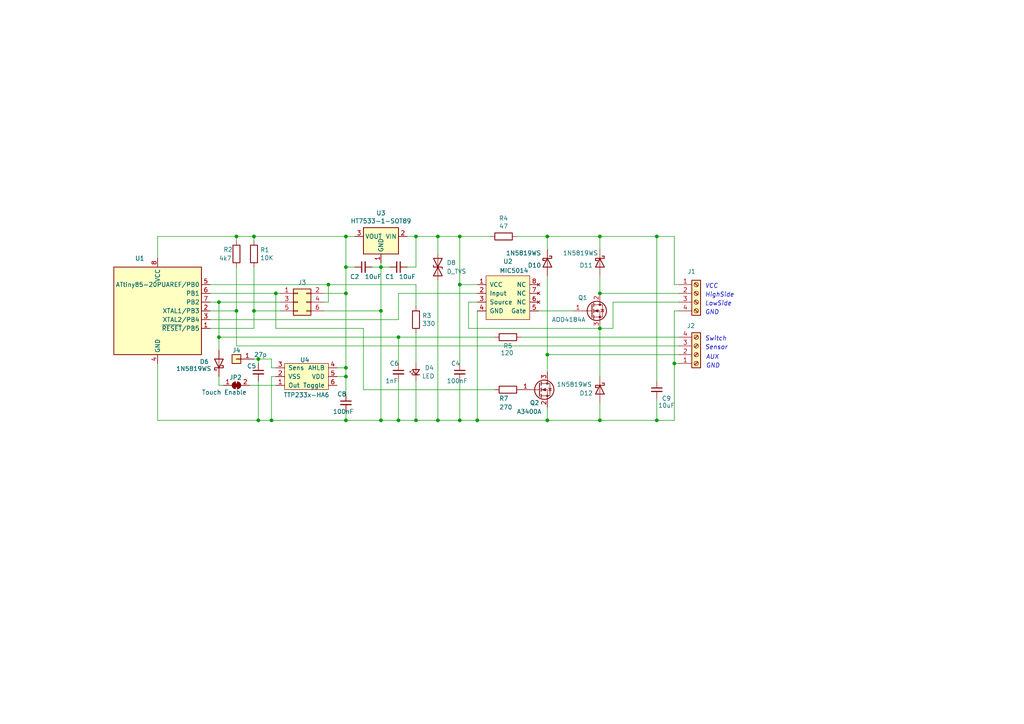
<source format=kicad_sch>
(kicad_sch (version 20231120) (generator "eeschema") (generator_version "8.0")
  (paper "A4")
  (lib_symbols
    (symbol "Connector:Screw_Terminal_01x04" (pin_names (offset 1.016) hide)
      (property "Reference" "J" (at 0 5.08 0))
      (property "Value" "Screw_Terminal_01x04" (at 0 -7.62 0))
      (symbol "Screw_Terminal_01x04_1_1"
        (rectangle (start -1.27 3.81) (end 1.27 -6.35) (stroke (width 0.254)) (fill (type background)))
        (circle (center 0 -5.08) (radius 0.635) (stroke (width 0.1524)))
        (circle (center 0 -2.54) (radius 0.635) (stroke (width 0.1524)))
        (polyline (pts (xy -0.5334 -4.7498) (xy 0.3302 -5.588)) (stroke (width 0.1524)))
        (polyline (pts (xy -0.5334 -2.2098) (xy 0.3302 -3.048)) (stroke (width 0.1524)))
        (polyline (pts (xy -0.5334 0.3302) (xy 0.3302 -0.508)) (stroke (width 0.1524)))
        (polyline (pts (xy -0.5334 2.8702) (xy 0.3302 2.032)) (stroke (width 0.1524)))
        (polyline (pts (xy -0.3556 -4.572) (xy 0.508 -5.4102)) (stroke (width 0.1524)))
        (polyline (pts (xy -0.3556 -2.032) (xy 0.508 -2.8702)) (stroke (width 0.1524)))
        (polyline (pts (xy -0.3556 0.508) (xy 0.508 -0.3302)) (stroke (width 0.1524)))
        (polyline (pts (xy -0.3556 3.048) (xy 0.508 2.2098)) (stroke (width 0.1524)))
        (circle (center 0 0) (radius 0.635) (stroke (width 0.1524)))
        (circle (center 0 2.54) (radius 0.635) (stroke (width 0.1524)))
        (pin passive line (at -5.08 2.54 0) (length 3.81) (name "Pin_1") (number "1"))
        (pin passive line (at -5.08 0 0) (length 3.81) (name "Pin_2") (number "2"))
        (pin passive line (at -5.08 -2.54 0) (length 3.81) (name "Pin_3") (number "3"))
        (pin passive line (at -5.08 -5.08 0) (length 3.81) (name "Pin_4") (number "4"))
      )
    )
    (symbol "Connector_Generic:Conn_01x01" (pin_names (offset 1.016) hide)
      (property "Reference" "J" (at 0 2.54 0))
      (property "Value" "Conn_01x01" (at 0 -2.54 0))
      (symbol "Conn_01x01_1_1"
        (rectangle (start -1.27 0.127) (end 0 -0.127) (stroke (width 0.1524)))
        (rectangle (start -1.27 1.27) (end 1.27 -1.27) (stroke (width 0.254)) (fill (type background)))
        (pin passive line (at -5.08 0 0) (length 3.81) (name "Pin_1") (number "1"))
      )
    )
    (symbol "Connector_Generic:Conn_02x03_Odd_Even" (pin_names (offset 1.016) hide)
      (property "Reference" "J" (at 1.27 5.08 0))
      (property "Value" "Conn_02x03_Odd_Even" (at 1.27 -5.08 0))
      (symbol "Conn_02x03_Odd_Even_1_1"
        (rectangle (start -1.27 -2.413) (end 0 -2.667) (stroke (width 0.1524)))
        (rectangle (start -1.27 0.127) (end 0 -0.127) (stroke (width 0.1524)))
        (rectangle (start -1.27 2.667) (end 0 2.413) (stroke (width 0.1524)))
        (rectangle (start -1.27 3.81) (end 3.81 -3.81) (stroke (width 0.254)) (fill (type background)))
        (rectangle (start 3.81 -2.413) (end 2.54 -2.667) (stroke (width 0.1524)))
        (rectangle (start 3.81 0.127) (end 2.54 -0.127) (stroke (width 0.1524)))
        (rectangle (start 3.81 2.667) (end 2.54 2.413) (stroke (width 0.1524)))
        (pin passive line (at -5.08 2.54 0) (length 3.81) (name "Pin_1") (number "1"))
        (pin passive line (at 7.62 2.54 180) (length 3.81) (name "Pin_2") (number "2"))
        (pin passive line (at -5.08 0 0) (length 3.81) (name "Pin_3") (number "3"))
        (pin passive line (at 7.62 0 180) (length 3.81) (name "Pin_4") (number "4"))
        (pin passive line (at -5.08 -2.54 0) (length 3.81) (name "Pin_5") (number "5"))
        (pin passive line (at 7.62 -2.54 180) (length 3.81) (name "Pin_6") (number "6"))
      )
    )
    (symbol "Device:C_Small" (pin_numbers hide) (pin_names (offset 0.254) hide)
      (property "Reference" "C" (at 0.254 1.778 0))
      (property "Value" "C_Small" (at 0.254 -2.032 0))
      (symbol "C_Small_0_1"
        (polyline (pts (xy -1.524 -0.508) (xy 1.524 -0.508)) (stroke (width 0.3302)))
        (polyline (pts (xy -1.524 0.508) (xy 1.524 0.508)) (stroke (width 0.3048)))
      )
      (symbol "C_Small_1_1"
        (pin passive line (at 0 2.54 270) (length 2.032) (name "~") (number "1"))
        (pin passive line (at 0 -2.54 90) (length 2.032) (name "~") (number "2"))
      )
    )
    (symbol "Device:D_TVS" (pin_numbers hide) (pin_names (offset 1.016) hide)
      (property "Reference" "D" (at 0 2.54 0))
      (property "Value" "D_TVS" (at 0 -2.54 0))
      (symbol "D_TVS_0_1"
        (polyline (pts (xy 1.27 0) (xy -1.27 0)))
        (polyline (pts (xy 0.508 1.27) (xy 0 1.27) (xy 0 -1.27) (xy -0.508 -1.27)) (stroke (width 0.254)))
        (polyline (pts (xy -2.54 1.27) (xy -2.54 -1.27) (xy 2.54 1.27) (xy 2.54 -1.27) (xy -2.54 1.27)) (stroke (width 0.254)))
      )
      (symbol "D_TVS_1_1"
        (pin passive line (at -3.81 0 0) (length 2.54) (name "A1") (number "1"))
        (pin passive line (at 3.81 0 180) (length 2.54) (name "A2") (number "2"))
      )
    )
    (symbol "Device:LED_Small" (pin_numbers hide) (pin_names (offset 0.254) hide)
      (property "Reference" "D" (at -1.27 3.175 0))
      (property "Value" "LED_Small" (at -4.445 -2.54 0))
      (symbol "LED_Small_0_1"
        (polyline (pts (xy -0.762 -1.016) (xy -0.762 1.016)) (stroke (width 0.254)))
        (polyline (pts (xy 1.016 0) (xy -0.762 0)))
        (polyline (pts (xy 0.762 -1.016) (xy -0.762 0) (xy 0.762 1.016) (xy 0.762 -1.016)) (stroke (width 0.254)))
        (polyline (pts (xy 0 0.762) (xy -0.508 1.27) (xy -0.254 1.27) (xy -0.508 1.27) (xy -0.508 1.016)))
        (polyline (pts (xy 0.508 1.27) (xy 0 1.778) (xy 0.254 1.778) (xy 0 1.778) (xy 0 1.524)))
      )
      (symbol "LED_Small_1_1"
        (pin passive line (at -2.54 0 0) (length 1.778) (name "K") (number "1"))
        (pin passive line (at 2.54 0 180) (length 1.778) (name "A") (number "2"))
      )
    )
    (symbol "Device:Q_NMOS_GDS" (pin_names (offset 0) hide)
      (property "Reference" "Q" (at 5.08 1.27 0))
      (property "Value" "Q_NMOS_GDS" (at 5.08 -1.27 0))
      (symbol "Q_NMOS_GDS_0_1"
        (polyline (pts (xy 0.254 0) (xy -2.54 0)))
        (polyline (pts (xy 0.254 1.905) (xy 0.254 -1.905)) (stroke (width 0.254)))
        (polyline (pts (xy 0.762 -1.27) (xy 0.762 -2.286)) (stroke (width 0.254)))
        (polyline (pts (xy 0.762 0.508) (xy 0.762 -0.508)) (stroke (width 0.254)))
        (polyline (pts (xy 0.762 2.286) (xy 0.762 1.27)) (stroke (width 0.254)))
        (polyline (pts (xy 2.54 2.54) (xy 2.54 1.778)))
        (polyline (pts (xy 2.54 -2.54) (xy 2.54 0) (xy 0.762 0)))
        (polyline (pts (xy 0.762 -1.778) (xy 3.302 -1.778) (xy 3.302 1.778) (xy 0.762 1.778)))
        (polyline (pts (xy 1.016 0) (xy 2.032 0.381) (xy 2.032 -0.381) (xy 1.016 0)) (fill (type outline)))
        (polyline (pts (xy 2.794 0.508) (xy 2.921 0.381) (xy 3.683 0.381) (xy 3.81 0.254)))
        (polyline (pts (xy 3.302 0.381) (xy 2.921 -0.254) (xy 3.683 -0.254) (xy 3.302 0.381)))
        (circle (center 1.651 0) (radius 2.794) (stroke (width 0.254)))
        (circle (center 2.54 -1.778) (radius 0.254) (fill (type outline)))
        (circle (center 2.54 1.778) (radius 0.254) (fill (type outline)))
      )
      (symbol "Q_NMOS_GDS_1_1"
        (pin input line (at -5.08 0 0) (length 2.54) (name "G") (number "1"))
        (pin passive line (at 2.54 5.08 270) (length 2.54) (name "D") (number "2"))
        (pin passive line (at 2.54 -5.08 90) (length 2.54) (name "S") (number "3"))
      )
    )
    (symbol "Device:Q_NMOS_GSD" (pin_names (offset 0) hide)
      (property "Reference" "Q" (at 5.08 1.27 0))
      (property "Value" "Q_NMOS_GSD" (at 5.08 -1.27 0))
      (symbol "Q_NMOS_GSD_0_1"
        (polyline (pts (xy 0.254 0) (xy -2.54 0)))
        (polyline (pts (xy 0.254 1.905) (xy 0.254 -1.905)) (stroke (width 0.254)))
        (polyline (pts (xy 0.762 -1.27) (xy 0.762 -2.286)) (stroke (width 0.254)))
        (polyline (pts (xy 0.762 0.508) (xy 0.762 -0.508)) (stroke (width 0.254)))
        (polyline (pts (xy 0.762 2.286) (xy 0.762 1.27)) (stroke (width 0.254)))
        (polyline (pts (xy 2.54 2.54) (xy 2.54 1.778)))
        (polyline (pts (xy 2.54 -2.54) (xy 2.54 0) (xy 0.762 0)))
        (polyline (pts (xy 0.762 -1.778) (xy 3.302 -1.778) (xy 3.302 1.778) (xy 0.762 1.778)))
        (polyline (pts (xy 1.016 0) (xy 2.032 0.381) (xy 2.032 -0.381) (xy 1.016 0)) (fill (type outline)))
        (polyline (pts (xy 2.794 0.508) (xy 2.921 0.381) (xy 3.683 0.381) (xy 3.81 0.254)))
        (polyline (pts (xy 3.302 0.381) (xy 2.921 -0.254) (xy 3.683 -0.254) (xy 3.302 0.381)))
        (circle (center 1.651 0) (radius 2.794) (stroke (width 0.254)))
        (circle (center 2.54 -1.778) (radius 0.254) (fill (type outline)))
        (circle (center 2.54 1.778) (radius 0.254) (fill (type outline)))
      )
      (symbol "Q_NMOS_GSD_1_1"
        (pin input line (at -5.08 0 0) (length 2.54) (name "G") (number "1"))
        (pin passive line (at 2.54 -5.08 90) (length 2.54) (name "S") (number "2"))
        (pin passive line (at 2.54 5.08 270) (length 2.54) (name "D") (number "3"))
      )
    )
    (symbol "Device:R" (pin_numbers hide) (pin_names (offset 0))
      (property "Reference" "R" (at 2.032 0 90))
      (property "Value" "R" (at 0 0 90))
      (symbol "R_0_1"
        (rectangle (start -1.016 -2.54) (end 1.016 2.54) (stroke (width 0.254)))
      )
      (symbol "R_1_1"
        (pin passive line (at 0 3.81 270) (length 1.27) (name "~") (number "1"))
        (pin passive line (at 0 -3.81 90) (length 1.27) (name "~") (number "2"))
      )
    )
    (symbol "Diode:1N5819WS" (pin_numbers hide) (pin_names (offset 1.016) hide)
      (property "Reference" "D" (at 0 2.54 0))
      (property "Value" "1N5819WS" (at 0 -2.54 0))
      (symbol "1N5819WS_0_1"
        (polyline (pts (xy 1.27 0) (xy -1.27 0)))
        (polyline (pts (xy 1.27 1.27) (xy 1.27 -1.27) (xy -1.27 0) (xy 1.27 1.27)) (stroke (width 0.254)))
        (polyline (pts (xy -1.905 0.635) (xy -1.905 1.27) (xy -1.27 1.27) (xy -1.27 -1.27) (xy -0.635 -1.27) (xy -0.635 -0.635)) (stroke (width 0.254)))
      )
      (symbol "1N5819WS_1_1"
        (pin passive line (at -3.81 0 0) (length 2.54) (name "K") (number "1"))
        (pin passive line (at 3.81 0 180) (length 2.54) (name "A") (number "2"))
      )
    )
    (symbol "GenControl2-rescue:ATtiny85-20PU-MCU_Microchip_ATtiny"
      (property "Reference" "U" (at -12.7 13.97 0))
      (property "Value" "MCU_Microchip_ATtiny_ATtiny85-20PU" (at 2.54 -13.97 0))
      (symbol "ATtiny85-20PU-MCU_Microchip_ATtiny_0_1"
        (rectangle (start -12.7 -12.7) (end 12.7 12.7) (stroke (width 0.254)) (fill (type background)))
      )
      (symbol "ATtiny85-20PU-MCU_Microchip_ATtiny_1_1"
        (pin bidirectional line (at 15.24 -5.08 180) (length 2.54) (name "~{RESET}/PB5") (number "1"))
        (pin bidirectional line (at 15.24 0 180) (length 2.54) (name "XTAL1/PB3") (number "2"))
        (pin bidirectional line (at 15.24 -2.54 180) (length 2.54) (name "XTAL2/PB4") (number "3"))
        (pin power_in line (at 0 -15.24 90) (length 2.54) (name "GND") (number "4"))
        (pin bidirectional line (at 15.24 7.62 180) (length 2.54) (name "AREF/PB0") (number "5"))
        (pin bidirectional line (at 15.24 5.08 180) (length 2.54) (name "PB1") (number "6"))
        (pin bidirectional line (at 15.24 2.54 180) (length 2.54) (name "PB2") (number "7"))
        (pin power_in line (at 0 15.24 270) (length 2.54) (name "VCC") (number "8"))
      )
    )
    (symbol "GenControl:MIC5014" (pin_names (offset 1.016))
      (property "Reference" "U" (at 0 -1.27 0))
      (property "Value" "MIC5014" (at 0 1.27 0))
      (symbol "MIC5014_0_1"
        (rectangle (start -6.35 -2.54) (end 6.35 -15.24) (fill (type background)))
      )
      (symbol "MIC5014_1_1"
        (pin power_in line (at -8.89 -5.08 0) (length 2.54) (name "VCC") (number "1"))
        (pin input line (at -8.89 -7.62 0) (length 2.54) (name "Input") (number "2"))
        (pin input line (at -8.89 -10.16 0) (length 2.54) (name "Source") (number "3"))
        (pin power_in line (at -8.89 -12.7 0) (length 2.54) (name "GND") (number "4"))
        (pin output line (at 8.89 -12.7 180) (length 2.54) (name "Gate") (number "5"))
        (pin no_connect line (at 8.89 -10.16 180) (length 2.54) (name "NC") (number "6"))
        (pin no_connect line (at 8.89 -7.62 180) (length 2.54) (name "NC") (number "7"))
        (pin no_connect line (at 8.89 -5.08 180) (length 2.54) (name "NC") (number "8"))
      )
    )
    (symbol "Jumper:SolderJumper_2_Bridged" (pin_names (offset 0) hide)
      (property "Reference" "JP" (at 0 2.032 0))
      (property "Value" "SolderJumper_2_Bridged" (at 0 -2.54 0))
      (symbol "SolderJumper_2_Bridged_0_1"
        (rectangle (start -0.508 0.508) (end 0.508 -0.508) (fill (type outline)))
        (arc (start -0.254 1.016) (mid -1.2656 0) (end -0.254 -1.016))
        (arc (start -0.254 1.016) (mid -1.2656 0) (end -0.254 -1.016) (fill (type outline)))
        (polyline (pts (xy -0.254 1.016) (xy -0.254 -1.016)))
        (polyline (pts (xy 0.254 1.016) (xy 0.254 -1.016)))
        (arc (start 0.254 -1.016) (mid 1.2656 0) (end 0.254 1.016))
        (arc (start 0.254 -1.016) (mid 1.2656 0) (end 0.254 1.016) (fill (type outline)))
      )
      (symbol "SolderJumper_2_Bridged_1_1"
        (pin passive line (at -3.81 0 0) (length 2.54) (name "A") (number "1"))
        (pin passive line (at 3.81 0 180) (length 2.54) (name "B") (number "2"))
      )
    )
    (symbol "Regulator_Linear:HT75xx-1-SOT89"
      (property "Reference" "U" (at -5.08 -3.81 0))
      (property "Value" "HT75xx-1-SOT89" (at 0 6.35 0))
      (symbol "HT75xx-1-SOT89_0_1"
        (rectangle (start -5.08 5.08) (end 5.08 -2.54) (stroke (width 0.254)) (fill (type background)))
      )
      (symbol "HT75xx-1-SOT89_1_1"
        (pin power_in line (at 0 -5.08 90) (length 2.54) (name "GND") (number "1"))
        (pin power_in line (at -7.62 2.54 0) (length 2.54) (name "VIN") (number "2"))
        (pin power_out line (at 7.62 2.54 180) (length 2.54) (name "VOUT") (number "3"))
      )
    )
    (symbol "tfl_ttp233x-HA6:TTP233x-HA6-New_Library" (pin_names (offset 1.016))
      (property "Reference" "U" (at 0 7.62 0))
      (property "Value" "New_Library_TTP233x-HA6" (at 0 5.08 0))
      (symbol "TTP233x-HA6-New_Library_0_1"
        (polyline (pts (xy -6.35 3.81) (xy -6.35 -3.81) (xy 6.35 -3.81) (xy 6.35 3.81) (xy -6.35 3.81)) (fill (type background)))
      )
      (symbol "TTP233x-HA6-New_Library_1_1"
        (pin output line (at -8.89 2.54 0) (length 2.54) (name "Out") (number "1"))
        (pin power_in line (at -8.89 0 0) (length 2.54) (name "VSS") (number "2"))
        (pin input line (at -8.89 -2.54 0) (length 2.54) (name "Sens") (number "3"))
        (pin input line (at 8.89 -2.54 180) (length 2.54) (name "AHLB") (number "4"))
        (pin power_in line (at 8.89 0 180) (length 2.54) (name "VDD") (number "5"))
        (pin input line (at 8.89 2.54 180) (length 2.54) (name "Toggle") (number "6"))
      )
    )
  )
  (junction (at 100.33 121.92))
  (junction (at 63.5 87.63))
  (junction (at 173.99 68.58))
  (junction (at 127 121.92))
  (junction (at 138.43 121.92))
  (junction (at 115.57 97.79))
  (junction (at 133.35 68.58))
  (junction (at 173.99 95.25))
  (junction (at 133.35 121.92))
  (junction (at 158.75 121.92))
  (junction (at 133.35 82.55))
  (junction (at 173.99 121.92))
  (junction (at 100.33 68.58))
  (junction (at 173.99 85.09))
  (junction (at 74.93 121.92))
  (junction (at 68.58 68.58))
  (junction (at 127 68.58))
  (junction (at 80.01 85.09))
  (junction (at 74.93 104.14))
  (junction (at 110.49 121.92))
  (junction (at 100.33 109.22))
  (junction (at 73.66 90.17))
  (junction (at 68.58 90.17))
  (junction (at 158.75 102.87))
  (junction (at 195.58 105.41))
  (junction (at 158.75 68.58))
  (junction (at 100.33 85.09))
  (junction (at 120.65 68.58))
  (junction (at 63.5 97.79))
  (junction (at 100.33 106.68))
  (junction (at 190.5 121.92))
  (junction (at 78.74 121.92))
  (junction (at 95.25 82.55))
  (junction (at 110.49 90.17))
  (junction (at 120.65 121.92))
  (junction (at 190.5 68.58))
  (junction (at 73.66 68.58))
  (junction (at 100.33 77.47))
  (junction (at 115.57 121.92))
  (junction (at 110.49 77.47))
  (wire (pts (xy 80.01 109.22) (xy 78.74 109.22)))
  (wire (pts (xy 78.74 121.92) (xy 100.33 121.92)))
  (wire (pts (xy 127 121.92) (xy 133.35 121.92)))
  (wire (pts (xy 156.21 90.17) (xy 166.37 90.17)))
  (wire (pts (xy 100.33 106.68) (xy 100.33 109.22)))
  (wire (pts (xy 110.49 77.47) (xy 110.49 90.17)))
  (wire (pts (xy 73.66 68.58) (xy 100.33 68.58)))
  (wire (pts (xy 149.86 68.58) (xy 158.75 68.58)))
  (wire (pts (xy 80.01 95.25) (xy 105.41 95.25)))
  (wire (pts (xy 190.5 68.58) (xy 195.58 68.58)))
  (wire (pts (xy 133.35 82.55) (xy 133.35 105.41)))
  (wire (pts (xy 63.5 111.76) (xy 64.77 111.76)))
  (wire (pts (xy 158.75 102.87) (xy 196.85 102.87)))
  (wire (pts (xy 45.72 74.93) (xy 45.72 68.58)))
  (wire (pts (xy 173.99 68.58) (xy 190.5 68.58)))
  (wire (pts (xy 173.99 68.58) (xy 173.99 72.39)))
  (wire (pts (xy 72.39 111.76) (xy 80.01 111.76)))
  (wire (pts (xy 93.98 85.09) (xy 100.33 85.09)))
  (wire (pts (xy 45.72 105.41) (xy 45.72 121.92)))
  (wire (pts (xy 95.25 82.55) (xy 120.65 82.55)))
  (wire (pts (xy 63.5 87.63) (xy 63.5 97.79)))
  (wire (pts (xy 190.5 115.57) (xy 190.5 121.92)))
  (wire (pts (xy 110.49 121.92) (xy 115.57 121.92)))
  (wire (pts (xy 74.93 110.49) (xy 74.93 121.92)))
  (wire (pts (xy 110.49 90.17) (xy 110.49 121.92)))
  (wire (pts (xy 73.66 69.85) (xy 73.66 68.58)))
  (wire (pts (xy 63.5 97.79) (xy 63.5 101.6)))
  (wire (pts (xy 173.99 80.01) (xy 173.99 85.09)))
  (wire (pts (xy 100.33 68.58) (xy 102.87 68.58)))
  (wire (pts (xy 115.57 105.41) (xy 115.57 97.79)))
  (wire (pts (xy 195.58 82.55) (xy 196.85 82.55)))
  (wire (pts (xy 158.75 121.92) (xy 173.99 121.92)))
  (wire (pts (xy 100.33 77.47) (xy 102.87 77.47)))
  (wire (pts (xy 135.89 87.63) (xy 135.89 95.25)))
  (wire (pts (xy 173.99 95.25) (xy 177.8 95.25)))
  (wire (pts (xy 73.66 104.14) (xy 74.93 104.14)))
  (wire (pts (xy 158.75 68.58) (xy 158.75 72.39)))
  (wire (pts (xy 100.33 77.47) (xy 100.33 68.58)))
  (wire (pts (xy 93.98 87.63) (xy 95.25 87.63)))
  (wire (pts (xy 73.66 90.17) (xy 81.28 90.17)))
  (wire (pts (xy 73.66 77.47) (xy 73.66 90.17)))
  (wire (pts (xy 195.58 90.17) (xy 196.85 90.17)))
  (wire (pts (xy 118.11 68.58) (xy 120.65 68.58)))
  (wire (pts (xy 115.57 110.49) (xy 115.57 121.92)))
  (wire (pts (xy 120.65 68.58) (xy 127 68.58)))
  (wire (pts (xy 63.5 109.22) (xy 63.5 111.76)))
  (wire (pts (xy 127 68.58) (xy 127 73.66)))
  (wire (pts (xy 133.35 68.58) (xy 133.35 82.55)))
  (wire (pts (xy 60.96 92.71) (xy 115.57 92.71)))
  (wire (pts (xy 74.93 104.14) (xy 74.93 105.41)))
  (wire (pts (xy 63.5 97.79) (xy 115.57 97.79)))
  (wire (pts (xy 173.99 116.84) (xy 173.99 121.92)))
  (wire (pts (xy 80.01 85.09) (xy 81.28 85.09)))
  (wire (pts (xy 127 81.28) (xy 127 121.92)))
  (wire (pts (xy 100.33 106.68) (xy 97.79 106.68)))
  (wire (pts (xy 120.65 121.92) (xy 127 121.92)))
  (wire (pts (xy 78.74 109.22) (xy 78.74 121.92)))
  (wire (pts (xy 173.99 85.09) (xy 196.85 85.09)))
  (wire (pts (xy 45.72 68.58) (xy 68.58 68.58)))
  (wire (pts (xy 173.99 121.92) (xy 190.5 121.92)))
  (wire (pts (xy 133.35 110.49) (xy 133.35 121.92)))
  (wire (pts (xy 68.58 100.33) (xy 196.85 100.33)))
  (wire (pts (xy 68.58 77.47) (xy 68.58 90.17)))
  (wire (pts (xy 135.89 95.25) (xy 173.99 95.25)))
  (wire (pts (xy 78.74 106.68) (xy 80.01 106.68)))
  (wire (pts (xy 133.35 82.55) (xy 138.43 82.55)))
  (wire (pts (xy 78.74 104.14) (xy 74.93 104.14)))
  (wire (pts (xy 195.58 105.41) (xy 195.58 121.92)))
  (wire (pts (xy 133.35 68.58) (xy 142.24 68.58)))
  (wire (pts (xy 105.41 113.03) (xy 143.51 113.03)))
  (wire (pts (xy 60.96 87.63) (xy 63.5 87.63)))
  (wire (pts (xy 151.13 97.79) (xy 196.85 97.79)))
  (wire (pts (xy 138.43 121.92) (xy 158.75 121.92)))
  (wire (pts (xy 115.57 121.92) (xy 120.65 121.92)))
  (wire (pts (xy 107.95 77.47) (xy 110.49 77.47)))
  (wire (pts (xy 195.58 90.17) (xy 195.58 105.41)))
  (wire (pts (xy 80.01 85.09) (xy 80.01 95.25)))
  (wire (pts (xy 68.58 68.58) (xy 68.58 69.85)))
  (wire (pts (xy 100.33 77.47) (xy 100.33 85.09)))
  (wire (pts (xy 177.8 87.63) (xy 196.85 87.63)))
  (wire (pts (xy 173.99 95.25) (xy 173.99 109.22)))
  (wire (pts (xy 68.58 68.58) (xy 73.66 68.58)))
  (wire (pts (xy 115.57 85.09) (xy 138.43 85.09)))
  (wire (pts (xy 158.75 118.11) (xy 158.75 121.92)))
  (wire (pts (xy 60.96 95.25) (xy 73.66 95.25)))
  (wire (pts (xy 158.75 80.01) (xy 158.75 102.87)))
  (wire (pts (xy 120.65 110.49) (xy 120.65 121.92)))
  (wire (pts (xy 120.65 96.52) (xy 120.65 105.41)))
  (wire (pts (xy 133.35 121.92) (xy 138.43 121.92)))
  (wire (pts (xy 110.49 76.2) (xy 110.49 77.47)))
  (wire (pts (xy 74.93 121.92) (xy 78.74 121.92)))
  (wire (pts (xy 110.49 77.47) (xy 113.03 77.47)))
  (wire (pts (xy 78.74 104.14) (xy 78.74 106.68)))
  (wire (pts (xy 93.98 90.17) (xy 110.49 90.17)))
  (wire (pts (xy 127 68.58) (xy 133.35 68.58)))
  (wire (pts (xy 63.5 87.63) (xy 81.28 87.63)))
  (wire (pts (xy 195.58 68.58) (xy 195.58 82.55)))
  (wire (pts (xy 100.33 85.09) (xy 100.33 106.68)))
  (wire (pts (xy 118.11 77.47) (xy 120.65 77.47)))
  (wire (pts (xy 120.65 82.55) (xy 120.65 88.9)))
  (wire (pts (xy 100.33 121.92) (xy 110.49 121.92)))
  (wire (pts (xy 105.41 95.25) (xy 105.41 113.03)))
  (wire (pts (xy 95.25 87.63) (xy 95.25 82.55)))
  (wire (pts (xy 190.5 121.92) (xy 195.58 121.92)))
  (wire (pts (xy 158.75 68.58) (xy 173.99 68.58)))
  (wire (pts (xy 60.96 85.09) (xy 80.01 85.09)))
  (wire (pts (xy 158.75 102.87) (xy 158.75 107.95)))
  (wire (pts (xy 115.57 85.09) (xy 115.57 92.71)))
  (wire (pts (xy 138.43 87.63) (xy 135.89 87.63)))
  (wire (pts (xy 60.96 82.55) (xy 95.25 82.55)))
  (wire (pts (xy 100.33 109.22) (xy 100.33 114.3)))
  (wire (pts (xy 45.72 121.92) (xy 74.93 121.92)))
  (wire (pts (xy 115.57 97.79) (xy 143.51 97.79)))
  (wire (pts (xy 68.58 90.17) (xy 68.58 100.33)))
  (wire (pts (xy 100.33 109.22) (xy 97.79 109.22)))
  (wire (pts (xy 196.85 105.41) (xy 195.58 105.41)))
  (wire (pts (xy 177.8 95.25) (xy 177.8 87.63)))
  (wire (pts (xy 68.58 90.17) (xy 60.96 90.17)))
  (wire (pts (xy 100.33 119.38) (xy 100.33 121.92)))
  (wire (pts (xy 138.43 90.17) (xy 138.43 121.92)))
  (wire (pts (xy 73.66 90.17) (xy 73.66 95.25)))
  (wire (pts (xy 120.65 77.47) (xy 120.65 68.58)))
  (wire (pts (xy 190.5 68.58) (xy 190.5 110.49)))
  (text "AUX" (at 204.724 104.394 0) (effects (font (size 1.27 1.27) (italic yes)) (justify left bottom)))
  (text "GND" (at 204.47 91.44 0) (effects (font (size 1.27 1.27) (italic yes)) (justify left bottom)))
  (text "VCC" (at 204.47 83.82 0) (effects (font (size 1.27 1.27) (italic yes)) (justify left bottom)))
  (text "LowSide" (at 204.47 88.9 0) (effects (font (size 1.27 1.27) (italic yes)) (justify left bottom)))
  (text "Switch" (at 204.47 99.06 0) (effects (font (size 1.27 1.27) (italic yes)) (justify left bottom)))
  (text "GND" (at 204.724 106.934 0) (effects (font (size 1.27 1.27) (italic yes)) (justify left bottom)))
  (text "Sensor" (at 204.47 101.6 0) (effects (font (size 1.27 1.27) (italic yes)) (justify left bottom)))
  (text "HighSide" (at 204.47 86.36 0) (effects (font (size 1.27 1.27) (italic yes)) (justify left bottom)))
  (symbol (lib_id "GenControl2-rescue:ATtiny85-20PU-MCU_Microchip_ATtiny") (at 45.72 90.17 0) (unit 1)
    (property "Reference" "U1" (at 41.91 74.93 0) (effects (justify right)))
    (property "Value" "ATtiny85-20PU" (at 48.26 82.55 0) (effects (justify right)))
    (property "Footprint" "Package_SO:SOIJ-8_5.3x5.3mm_P1.27mm" (effects (hide yes)))
    (property "Datasheet" "http://ww1.microchip.com/downloads/en/DeviceDoc/atmel-2586-avr-8-bit-microcontroller-attiny25-attiny45-attiny85_datasheet.pdf" (effects (hide yes)))
  )
  (symbol (lib_id "GenControl:MIC5014") (at 147.32 77.47 0) (unit 1) (in_bom no)
    (property "Reference" "U2" (at 147.32 75.819 0))
    (property "Value" "MIC5014" (at 149.098 78.486 0))
    (property "Footprint" "Package_SO:SOIC-8_3.9x4.9mm_P1.27mm" (effects (hide yes)))
  )
  (symbol (lib_id "Device:Q_NMOS_GDS") (at 171.45 90.17 0) (unit 1)
    (property "Reference" "Q1" (at 167.64 86.36 0) (effects (justify left)))
    (property "Value" "AOD4184A" (at 160.02 92.71 0) (effects (justify left)))
    (property "Footprint" "Package_TO_SOT_SMD:TO-252-2" (effects (hide yes)))
    (property "Description" "C99124" (effects (hide yes)))
    (property "LCSC" "C99124" (effects (hide yes)))
  )
  (symbol (lib_id "Regulator_Linear:HT75xx-1-SOT89") (at 110.49 71.12 0) (mirror y) (unit 1)
    (property "Reference" "U3" (at 110.49 61.7982 0))
    (property "Value" "HT7533-1-SOT89" (at 110.49 64.1096 0))
    (property "Footprint" "Package_TO_SOT_SMD:SOT-89-3" (effects (hide yes)))
    (property "Datasheet" "https://www.holtek.com/documents/10179/116711/HT75xx-1v250.pdf" (effects (hide yes)))
    (property "Description" "C14289" (effects (hide yes)))
    (property "LCSC" "C14289" (effects (hide yes)))
  )
  (symbol (lib_id "Device:C_Small") (at 133.35 107.95 0) (unit 1)
    (property "Reference" "C4" (at 130.81 105.41 0) (effects (justify left)))
    (property "Value" "100nF" (at 129.54 110.49 0) (effects (justify left)))
    (property "Footprint" "Capacitor_SMD:C_0603_1608Metric" (effects (hide yes)))
    (property "Description" "C14663" (effects (hide yes)))
    (property "LCSC" "C14663" (effects (hide yes)))
  )
  (symbol (lib_id "Device:R") (at 73.66 73.66 0) (unit 1)
    (property "Reference" "R1" (at 75.438 72.4916 0) (effects (justify left)))
    (property "Value" "10K" (at 75.438 74.803 0) (effects (justify left)))
    (property "Footprint" "Resistor_SMD:R_0603_1608Metric" (effects (hide yes)))
    (property "Description" "C25804" (effects (hide yes)))
    (property "LCSC" "C25804" (effects (hide yes)))
  )
  (symbol (lib_id "Device:C_Small") (at 105.41 77.47 90) (unit 1)
    (property "Reference" "C2" (at 102.87 80.264 90))
    (property "Value" "10uF" (at 108.204 80.264 90))
    (property "Footprint" "Capacitor_SMD:C_0603_1608Metric" (effects (hide yes)))
    (property "Description" "C19702" (effects (hide yes)))
    (property "LCSC" "C19702" (effects (hide yes)))
  )
  (symbol (lib_id "Device:C_Small") (at 115.57 77.47 270) (unit 1)
    (property "Reference" "C1" (at 113.03 80.264 90))
    (property "Value" "10uF" (at 118.11 80.264 90))
    (property "Footprint" "Capacitor_SMD:C_0805_2012Metric" (effects (hide yes)))
    (property "Description" "C440198" (effects (hide yes)))
    (property "LCSC" "C440198" (effects (hide yes)))
  )
  (symbol (lib_id "Device:R") (at 120.65 92.71 0) (unit 1)
    (property "Reference" "R3" (at 122.428 91.5416 0) (effects (justify left)))
    (property "Value" "330" (at 122.428 93.853 0) (effects (justify left)))
    (property "Footprint" "Resistor_SMD:R_0603_1608Metric" (effects (hide yes)))
    (property "Description" "C881395" (effects (hide yes)))
    (property "LCSC" "C881395" (effects (hide yes)))
  )
  (symbol (lib_id "Device:LED_Small") (at 120.65 107.95 90) (unit 1)
    (property "Reference" "D4" (at 123.19 106.68 90) (effects (justify right)))
    (property "Value" "LED" (at 122.3772 109.093 90) (effects (justify right)))
    (property "Footprint" "LED_THT:LED_D3.0mm" (effects (hide yes)))
    (property "Description" "C72043" (effects (hide yes)))
  )
  (symbol (lib_id "Device:R") (at 68.58 73.66 0) (unit 1)
    (property "Reference" "R2" (at 64.77 72.39 0) (effects (justify left)))
    (property "Value" "4k7" (at 63.5 74.93 0) (effects (justify left)))
    (property "Footprint" "Resistor_SMD:R_0603_1608Metric" (effects (hide yes)))
    (property "Description" "C23162" (effects (hide yes)))
    (property "LCSC" "C23162" (effects (hide yes)))
  )
  (symbol (lib_id "Connector:Screw_Terminal_01x04") (at 201.93 85.09 0) (unit 1)
    (property "Reference" "J1" (at 199.39 78.74 0) (effects (justify left)))
    (property "Value" "Screw_Terminal_01x04" (effects (hide yes)))
    (property "Footprint" "TerminalBlock_Phoenix:TerminalBlock_Phoenix_MKDS-1,5-4_1x04_P5.00mm_Horizontal" (effects (hide yes)))
  )
  (symbol (lib_id "Connector:Screw_Terminal_01x04") (at 201.93 102.87 0) (mirror x) (unit 1)
    (property "Reference" "J2" (at 200.406 94.488 0))
    (property "Value" "Screw_Terminal_01x04" (effects (hide yes)))
    (property "Footprint" "TerminalBlock_Phoenix:TerminalBlock_Phoenix_MKDS-1,5-4_1x04_P5.00mm_Horizontal" (effects (hide yes)))
  )
  (symbol (lib_id "Device:R") (at 146.05 68.58 270) (unit 1)
    (property "Reference" "R4" (at 146.05 63.3222 90))
    (property "Value" "47" (at 146.05 65.6336 90))
    (property "Footprint" "Resistor_SMD:R_0603_1608Metric" (effects (hide yes)))
    (property "Description" "C881191" (effects (hide yes)))
    (property "LCSC" "C881191" (effects (hide yes)))
  )
  (symbol (lib_id "Device:R") (at 147.32 97.79 270) (unit 1)
    (property "Reference" "R5" (at 147.32 100.33 90))
    (property "Value" "120" (at 147.066 102.362 90))
    (property "Footprint" "Resistor_SMD:R_0603_1608Metric" (effects (hide yes)))
    (property "Description" "C22787" (effects (hide yes)))
    (property "LCSC" "C22787" (effects (hide yes)))
  )
  (symbol (lib_id "Device:C_Small") (at 115.57 107.95 0) (unit 1)
    (property "Reference" "C6" (at 113.03 105.41 0) (effects (justify left)))
    (property "Value" "1nF" (at 111.76 110.49 0) (effects (justify left)))
    (property "Footprint" "Capacitor_SMD:C_0603_1608Metric" (effects (hide yes)))
    (property "LCSC" "C1588" (effects (hide yes)))
  )
  (symbol (lib_id "Connector_Generic:Conn_02x03_Odd_Even") (at 86.36 87.63 0) (unit 1)
    (property "Reference" "J3" (at 87.63 81.915 0))
    (property "Value" "Conn_02x03_Odd_Even" (effects (hide yes)))
    (property "Footprint" "projects:SPI_programmer" (effects (hide yes)))
  )
  (symbol (lib_id "Device:Q_NMOS_GSD") (at 156.21 113.03 0) (unit 1)
    (property "Reference" "Q2" (at 153.67 116.84 0) (effects (justify left)))
    (property "Value" "A3400A" (at 149.86 119.38 0) (effects (justify left)))
    (property "Footprint" "Package_TO_SOT_SMD:SOT-23" (effects (hide yes)))
    (property "Description" "C20917" (effects (hide yes)))
    (property "LCSC" "C20917" (effects (hide yes)))
  )
  (symbol (lib_id "Device:R") (at 147.32 113.03 270) (unit 1)
    (property "Reference" "R7" (at 144.78 115.57 90) (effects (justify left)))
    (property "Value" "270" (at 144.78 118.11 90) (effects (justify left)))
    (property "Footprint" "Resistor_SMD:R_0603_1608Metric" (effects (hide yes)))
    (property "Description" "C22966" (effects (hide yes)))
    (property "LCSC" "C22966" (effects (hide yes)))
  )
  (symbol (lib_id "Jumper:SolderJumper_2_Bridged") (at 68.58 111.76 0) (unit 1)
    (property "Reference" "JP2" (at 68.326 109.474 0))
    (property "Value" "Touch Enable" (at 65.024 113.792 0))
    (property "Footprint" "Jumper:SolderJumper-2_P1.3mm_Bridged_RoundedPad1.0x1.5mm" (effects (hide yes)))
    (property "Description" "Solder Jumper, 2-pole, closed/bridged" (effects (hide yes)))
  )
  (symbol (lib_id "tfl_ttp233x-HA6:TTP233x-HA6-New_Library") (at 88.9 109.22 0) (mirror x) (unit 1)
    (property "Reference" "U4" (at 88.392 104.394 0))
    (property "Value" "TTP233x-HA6" (at 88.9 114.554 0))
    (property "Footprint" "Package_TO_SOT_SMD:SOT-23-6" (effects (hide yes)))
    (property "LCSC" "C2835626" (effects (hide yes)))
  )
  (symbol (lib_id "Diode:1N5819WS") (at 173.99 113.03 270) (unit 1)
    (property "Reference" "D12" (at 171.958 114.046 90) (effects (justify right)))
    (property "Value" "1N5819WS" (at 171.704 111.506 90) (effects (justify right)))
    (property "Footprint" "Diode_SMD:D_SOD-323" (effects (hide yes)))
    (property "Datasheet" "https://datasheet.lcsc.com/lcsc/2204281430_Guangdong-Hottech-1N5819WS_C191023.pdf" (effects (hide yes)))
    (property "Description" "40V 600mV@1A 1A SOD-323 Schottky Barrier Diodes, SOD-323" (effects (hide yes)))
    (property "LCSC" "C191023" (effects (hide yes)))
  )
  (symbol (lib_id "Device:C_Small") (at 74.93 107.95 0) (unit 1)
    (property "Reference" "C5" (at 71.628 106.172 0) (effects (justify left)))
    (property "Value" "27p" (at 73.66 102.87 0) (effects (justify left)))
    (property "Footprint" "Capacitor_SMD:C_0603_1608Metric" (effects (hide yes)))
    (property "Description" "Unpolarized capacitor, small symbol" (effects (hide yes)))
    (property "LCSC" "C92670" (effects (hide yes)))
  )
  (symbol (lib_id "Diode:1N5819WS") (at 173.99 76.2 270) (unit 1)
    (property "Reference" "D11" (at 171.958 76.962 90) (effects (justify right)))
    (property "Value" "1N5819WS" (at 173.482 73.406 90) (effects (justify right)))
    (property "Footprint" "Diode_SMD:D_SOD-323" (effects (hide yes)))
    (property "Datasheet" "https://datasheet.lcsc.com/lcsc/2204281430_Guangdong-Hottech-1N5819WS_C191023.pdf" (effects (hide yes)))
    (property "Description" "40V 600mV@1A 1A SOD-323 Schottky Barrier Diodes, SOD-323" (effects (hide yes)))
    (property "LCSC" "C191023" (effects (hide yes)))
  )
  (symbol (lib_id "Device:C_Small") (at 100.33 116.84 0) (unit 1)
    (property "Reference" "C8" (at 97.79 114.3 0) (effects (justify left)))
    (property "Value" "100nF" (at 96.52 119.38 0) (effects (justify left)))
    (property "Footprint" "Capacitor_SMD:C_0603_1608Metric" (effects (hide yes)))
    (property "Description" "C14663" (effects (hide yes)))
    (property "LCSC" "C14663" (effects (hide yes)))
  )
  (symbol (lib_id "Device:C_Small") (at 190.5 113.03 0) (unit 1)
    (property "Reference" "C9" (at 193.294 115.57 0))
    (property "Value" "10uF" (at 193.294 117.602 0))
    (property "Footprint" "Capacitor_SMD:C_0805_2012Metric" (effects (hide yes)))
    (property "Description" "C440198" (effects (hide yes)))
    (property "LCSC" "C440198" (effects (hide yes)))
  )
  (symbol (lib_id "Diode:1N5819WS") (at 158.75 76.2 270) (unit 1)
    (property "Reference" "D10" (at 156.972 76.962 90) (effects (justify right)))
    (property "Value" "1N5819WS" (at 156.972 73.406 90) (effects (justify right)))
    (property "Footprint" "Diode_SMD:D_SOD-323" (effects (hide yes)))
    (property "Datasheet" "https://datasheet.lcsc.com/lcsc/2204281430_Guangdong-Hottech-1N5819WS_C191023.pdf" (effects (hide yes)))
    (property "Description" "40V 600mV@1A 1A SOD-323 Schottky Barrier Diodes, SOD-323" (effects (hide yes)))
    (property "LCSC" "C191023" (effects (hide yes)))
  )
  (symbol (lib_id "Diode:1N5819WS") (at 63.5 105.41 90) (unit 1)
    (property "Reference" "D6" (at 57.912 104.902 90) (effects (justify right)))
    (property "Value" "1N5819WS" (at 51.054 106.934 90) (effects (justify right)))
    (property "Footprint" "Diode_SMD:D_SOD-323" (effects (hide yes)))
    (property "Datasheet" "https://datasheet.lcsc.com/lcsc/2204281430_Guangdong-Hottech-1N5819WS_C191023.pdf" (effects (hide yes)))
    (property "Description" "40V 600mV@1A 1A SOD-323 Schottky Barrier Diodes, SOD-323" (effects (hide yes)))
    (property "LCSC" "C191023" (effects (hide yes)))
  )
  (symbol (lib_id "Connector_Generic:Conn_01x01") (at 68.58 104.14 180) (unit 1)
    (property "Reference" "J4" (at 68.58 101.6 0))
    (property "Value" "Conn_01x01" (effects (hide yes)))
    (property "Footprint" "Connector_Wire:SolderWire-0.1sqmm_1x01_D0.4mm_OD1mm" (effects (hide yes)))
    (property "Description" "Generic connector, single row, 01x01, script generated (kicad-library-utils/schlib/autogen/connector/)" (effects (hide yes)))
  )
  (symbol (lib_id "Device:D_TVS") (at 127 77.47 90) (unit 1)
    (property "Reference" "D8" (at 129.54 76.1999 90) (effects (justify right)))
    (property "Value" "D_TVS" (at 129.54 78.7399 90) (effects (justify right)))
    (property "Footprint" "Diode_SMD:D_SOD-323" (effects (hide yes)))
    (property "Description" "Bidirectional transient-voltage-suppression diode" (effects (hide yes)))
    (property "LCSC" "C918846" (effects (hide yes)))
  )
)
</source>
